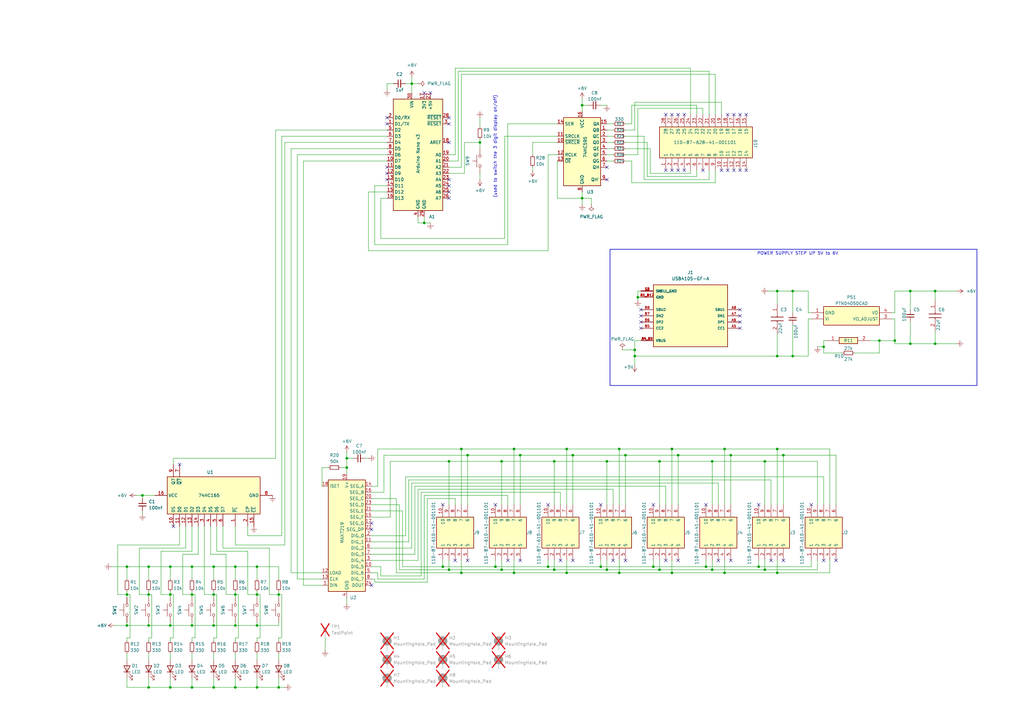
<source format=kicad_sch>
(kicad_sch (version 20230121) (generator eeschema)
  (paper "A3")
  (title_block (title "8 Bit zu Byte") (date "2023-10-29") (rev "B"))
  (junction (at 60.96 232.41))
  (junction (at 383.54 119.38))
  (junction (at 181.61 232.41))
  (junction (at 60.96 281.94))
  (junction (at 87.63 256.54))
  (junction (at 227.33 233.68))
  (junction (at 318.77 234.95))
  (junction (at 238.76 81.28))
  (junction (at 325.12 119.38))
  (junction (at 58.42 203.2))
  (junction (at 270.51 189.23))
  (junction (at 105.41 243.84))
  (junction (at 184.15 233.68))
  (junction (at 205.74 189.23))
  (junction (at 114.3 243.84))
  (junction (at 261.62 121.92))
  (junction (at 289.56 232.41))
  (junction (at 248.92 189.23))
  (junction (at 60.96 256.54))
  (junction (at 69.85 281.94))
  (junction (at 292.1 233.68))
  (junction (at 205.74 233.68))
  (junction (at 78.74 281.94))
  (junction (at 142.24 187.96))
  (junction (at 105.41 256.54))
  (junction (at 96.52 232.41))
  (junction (at 232.41 234.95))
  (junction (at 96.52 281.94))
  (junction (at 325.12 146.05))
  (junction (at 227.33 189.23))
  (junction (at 313.69 189.23))
  (junction (at 367.03 139.7))
  (junction (at 168.91 34.29))
  (junction (at 173.99 91.44))
  (junction (at 254 234.95))
  (junction (at 105.41 232.41))
  (junction (at 96.52 256.54))
  (junction (at 318.77 184.15))
  (junction (at 248.92 233.68))
  (junction (at 52.07 256.54))
  (junction (at 275.59 184.15))
  (junction (at 260.35 146.05))
  (junction (at 52.07 232.41))
  (junction (at 87.63 232.41))
  (junction (at 96.52 243.84))
  (junction (at 278.13 186.69))
  (junction (at 270.51 233.68))
  (junction (at 318.77 146.05))
  (junction (at 234.95 186.69))
  (junction (at 238.76 43.18))
  (junction (at 210.82 184.15))
  (junction (at 373.38 140.97))
  (junction (at 196.85 58.42))
  (junction (at 184.15 189.23))
  (junction (at 311.15 232.41))
  (junction (at 78.74 256.54))
  (junction (at 87.63 281.94))
  (junction (at 321.31 186.69))
  (junction (at 60.96 243.84))
  (junction (at 267.97 232.41))
  (junction (at 299.72 186.69))
  (junction (at 142.24 191.77))
  (junction (at 337.82 142.24))
  (junction (at 360.68 139.7))
  (junction (at 297.18 184.15))
  (junction (at 203.2 232.41))
  (junction (at 114.3 281.94))
  (junction (at 69.85 243.84))
  (junction (at 87.63 243.84))
  (junction (at 210.82 234.95))
  (junction (at 191.77 186.69))
  (junction (at 189.23 234.95))
  (junction (at 318.77 119.38))
  (junction (at 297.18 234.95))
  (junction (at 292.1 189.23))
  (junction (at 78.74 232.41))
  (junction (at 313.69 233.68))
  (junction (at 383.54 140.97))
  (junction (at 224.79 232.41))
  (junction (at 232.41 184.15))
  (junction (at 52.07 243.84))
  (junction (at 105.41 281.94))
  (junction (at 275.59 234.95))
  (junction (at 78.74 243.84))
  (junction (at 246.38 232.41))
  (junction (at 213.36 186.69))
  (junction (at 373.38 119.38))
  (junction (at 189.23 184.15))
  (junction (at 69.85 232.41))
  (junction (at 254 184.15))
  (junction (at 69.85 256.54))
  (junction (at 256.54 186.69))
  (junction (at 260.35 143.51))
  (no_connect (at 184.15 50.8))
  (no_connect (at 181.61 207.01))
  (no_connect (at 273.05 46.99))
  (no_connect (at 158.75 73.66))
  (no_connect (at 184.15 58.42))
  (no_connect (at 234.95 229.87))
  (no_connect (at 246.38 207.01))
  (no_connect (at 256.54 229.87))
  (no_connect (at 173.99 38.1))
  (no_connect (at 299.72 229.87))
  (no_connect (at 342.9 229.87))
  (no_connect (at 332.74 207.01))
  (no_connect (at 152.4 240.03))
  (no_connect (at 321.31 229.87))
  (no_connect (at 203.2 207.01))
  (no_connect (at 288.29 69.85))
  (no_connect (at 280.67 69.85))
  (no_connect (at 224.79 207.01))
  (no_connect (at 298.45 69.85))
  (no_connect (at 251.46 229.87))
  (no_connect (at 248.92 68.58))
  (no_connect (at 213.36 229.87))
  (no_connect (at 262.89 129.54))
  (no_connect (at 184.15 78.74))
  (no_connect (at 184.15 73.66))
  (no_connect (at 316.23 229.87))
  (no_connect (at 278.13 69.85))
  (no_connect (at 184.15 48.26))
  (no_connect (at 311.15 207.01))
  (no_connect (at 73.66 190.5))
  (no_connect (at 273.05 69.85))
  (no_connect (at 295.91 69.85))
  (no_connect (at 152.4 217.17))
  (no_connect (at 262.89 132.08))
  (no_connect (at 303.53 69.85))
  (no_connect (at 158.75 48.26))
  (no_connect (at 300.99 46.99))
  (no_connect (at 303.53 134.62))
  (no_connect (at 280.67 46.99))
  (no_connect (at 158.75 68.58))
  (no_connect (at 186.69 229.87))
  (no_connect (at 289.56 207.01))
  (no_connect (at 337.82 229.87))
  (no_connect (at 278.13 229.87))
  (no_connect (at 267.97 207.01))
  (no_connect (at 262.89 134.62))
  (no_connect (at 262.89 127))
  (no_connect (at 303.53 129.54))
  (no_connect (at 278.13 46.99))
  (no_connect (at 184.15 81.28))
  (no_connect (at 208.28 229.87))
  (no_connect (at 229.87 229.87))
  (no_connect (at 303.53 132.08))
  (no_connect (at 248.92 73.66))
  (no_connect (at 158.75 71.12))
  (no_connect (at 306.07 69.85))
  (no_connect (at 306.07 46.99))
  (no_connect (at 294.64 229.87))
  (no_connect (at 158.75 50.8))
  (no_connect (at 298.45 46.99))
  (no_connect (at 71.12 215.9))
  (no_connect (at 184.15 76.2))
  (no_connect (at 176.53 38.1))
  (no_connect (at 300.99 69.85))
  (no_connect (at 152.4 214.63))
  (no_connect (at 275.59 46.99))
  (no_connect (at 275.59 69.85))
  (no_connect (at 191.77 229.87))
  (no_connect (at 273.05 229.87))
  (no_connect (at 303.53 127))
  (no_connect (at 303.53 46.99))
  (wire (pts (xy 218.44 68.58) (xy 218.44 69.85)))
  (wire (pts (xy 367.03 119.38) (xy 373.38 119.38)))
  (wire (pts (xy 313.69 189.23) (xy 335.28 189.23)))
  (wire (pts (xy 313.69 189.23) (xy 313.69 207.01)))
  (wire (pts (xy 248.92 63.5) (xy 251.46 63.5)))
  (wire (pts (xy 62.23 261.62) (xy 62.23 243.84)))
  (wire (pts (xy 256.54 60.96) (xy 266.7 60.96)))
  (wire (pts (xy 66.04 226.06) (xy 66.04 243.84)))
  (wire (pts (xy 318.77 137.16) (xy 318.77 146.05)))
  (wire (pts (xy 153.67 238.76) (xy 175.26 238.76)))
  (wire (pts (xy 311.15 229.87) (xy 311.15 232.41)))
  (wire (pts (xy 383.54 135.89) (xy 383.54 140.97)))
  (wire (pts (xy 248.92 43.18) (xy 246.38 43.18)))
  (wire (pts (xy 48.26 223.52) (xy 73.66 223.52)))
  (wire (pts (xy 234.95 186.69) (xy 234.95 207.01)))
  (wire (pts (xy 69.85 256.54) (xy 78.74 256.54)))
  (wire (pts (xy 337.82 195.58) (xy 166.37 195.58)))
  (wire (pts (xy 121.92 63.5) (xy 121.92 237.49)))
  (wire (pts (xy 227.33 189.23) (xy 248.92 189.23)))
  (wire (pts (xy 254 184.15) (xy 275.59 184.15)))
  (wire (pts (xy 156.21 232.41) (xy 156.21 236.22)))
  (wire (pts (xy 52.07 281.94) (xy 60.96 281.94)))
  (wire (pts (xy 208.28 50.8) (xy 208.28 100.33)))
  (wire (pts (xy 337.82 142.24) (xy 337.82 139.7)))
  (wire (pts (xy 83.82 215.9) (xy 83.82 243.84)))
  (wire (pts (xy 337.82 139.7) (xy 339.09 139.7)))
  (wire (pts (xy 78.74 243.84) (xy 78.74 245.11)))
  (wire (pts (xy 238.76 43.18) (xy 238.76 45.72)))
  (wire (pts (xy 60.96 232.41) (xy 60.96 237.49)))
  (wire (pts (xy 297.18 229.87) (xy 297.18 234.95)))
  (wire (pts (xy 251.46 207.01) (xy 251.46 200.66)))
  (wire (pts (xy 69.85 255.27) (xy 69.85 256.54)))
  (wire (pts (xy 78.74 261.62) (xy 80.01 261.62)))
  (wire (pts (xy 52.07 267.97) (xy 52.07 270.51)))
  (wire (pts (xy 78.74 262.89) (xy 78.74 261.62)))
  (wire (pts (xy 139.7 191.77) (xy 142.24 191.77)))
  (wire (pts (xy 154.94 234.95) (xy 154.94 237.49)))
  (wire (pts (xy 205.74 189.23) (xy 205.74 207.01)))
  (wire (pts (xy 318.77 119.38) (xy 318.77 124.46)))
  (wire (pts (xy 259.08 50.8) (xy 259.08 43.18)))
  (wire (pts (xy 69.85 232.41) (xy 69.85 237.49)))
  (wire (pts (xy 96.52 278.13) (xy 96.52 281.94)))
  (wire (pts (xy 71.12 261.62) (xy 71.12 243.84)))
  (wire (pts (xy 60.96 255.27) (xy 60.96 256.54)))
  (wire (pts (xy 105.41 278.13) (xy 105.41 281.94)))
  (wire (pts (xy 190.5 71.12) (xy 190.5 58.42)))
  (wire (pts (xy 52.07 256.54) (xy 60.96 256.54)))
  (wire (pts (xy 78.74 232.41) (xy 87.63 232.41)))
  (wire (pts (xy 267.97 232.41) (xy 289.56 232.41)))
  (wire (pts (xy 52.07 262.89) (xy 52.07 261.62)))
  (wire (pts (xy 248.92 233.68) (xy 270.51 233.68)))
  (wire (pts (xy 196.85 58.42) (xy 196.85 60.96)))
  (wire (pts (xy 205.74 189.23) (xy 227.33 189.23)))
  (wire (pts (xy 101.6 219.71) (xy 101.6 215.9)))
  (wire (pts (xy 232.41 184.15) (xy 254 184.15)))
  (wire (pts (xy 170.18 199.39) (xy 170.18 227.33)))
  (wire (pts (xy 288.29 46.99) (xy 288.29 44.45)))
  (wire (pts (xy 78.74 278.13) (xy 78.74 281.94)))
  (wire (pts (xy 224.79 102.87) (xy 151.13 102.87)))
  (wire (pts (xy 248.92 50.8) (xy 251.46 50.8)))
  (wire (pts (xy 335.28 189.23) (xy 335.28 207.01)))
  (wire (pts (xy 110.49 224.79) (xy 91.44 224.79)))
  (wire (pts (xy 275.59 184.15) (xy 297.18 184.15)))
  (wire (pts (xy 157.48 186.69) (xy 157.48 201.93)))
  (wire (pts (xy 69.85 278.13) (xy 69.85 281.94)))
  (wire (pts (xy 297.18 184.15) (xy 318.77 184.15)))
  (wire (pts (xy 278.13 186.69) (xy 278.13 207.01)))
  (wire (pts (xy 350.52 144.78) (xy 360.68 144.78)))
  (wire (pts (xy 256.54 53.34) (xy 260.35 53.34)))
  (wire (pts (xy 91.44 224.79) (xy 91.44 215.9)))
  (wire (pts (xy 114.3 261.62) (xy 115.57 261.62)))
  (wire (pts (xy 116.84 58.42) (xy 116.84 223.52)))
  (wire (pts (xy 92.71 227.33) (xy 86.36 227.33)))
  (wire (pts (xy 191.77 186.69) (xy 213.36 186.69)))
  (wire (pts (xy 114.3 278.13) (xy 114.3 281.94)))
  (wire (pts (xy 53.34 261.62) (xy 53.34 243.84)))
  (wire (pts (xy 116.84 58.42) (xy 158.75 58.42)))
  (wire (pts (xy 292.1 233.68) (xy 313.69 233.68)))
  (wire (pts (xy 158.75 55.88) (xy 115.57 55.88)))
  (wire (pts (xy 261.62 119.38) (xy 261.62 121.92)))
  (wire (pts (xy 205.74 233.68) (xy 227.33 233.68)))
  (wire (pts (xy 58.42 209.55) (xy 58.42 210.82)))
  (wire (pts (xy 158.75 63.5) (xy 121.92 63.5)))
  (wire (pts (xy 157.48 201.93) (xy 152.4 201.93)))
  (wire (pts (xy 52.07 261.62) (xy 53.34 261.62)))
  (wire (pts (xy 78.74 255.27) (xy 78.74 256.54)))
  (wire (pts (xy 289.56 232.41) (xy 311.15 232.41)))
  (wire (pts (xy 165.1 209.55) (xy 152.4 209.55)))
  (wire (pts (xy 60.96 281.94) (xy 69.85 281.94)))
  (wire (pts (xy 260.35 41.91) (xy 260.35 53.34)))
  (wire (pts (xy 45.72 232.41) (xy 52.07 232.41)))
  (wire (pts (xy 292.1 189.23) (xy 292.1 207.01)))
  (wire (pts (xy 152.4 229.87) (xy 171.45 229.87)))
  (wire (pts (xy 260.35 143.51) (xy 260.35 146.05)))
  (wire (pts (xy 256.54 63.5) (xy 261.62 63.5)))
  (wire (pts (xy 255.27 143.51) (xy 260.35 143.51)))
  (wire (pts (xy 314.96 119.38) (xy 318.77 119.38)))
  (wire (pts (xy 60.96 262.89) (xy 60.96 261.62)))
  (wire (pts (xy 313.69 233.68) (xy 335.28 233.68)))
  (wire (pts (xy 60.96 243.84) (xy 60.96 245.11)))
  (wire (pts (xy 191.77 186.69) (xy 191.77 207.01)))
  (wire (pts (xy 295.91 46.99) (xy 295.91 41.91)))
  (wire (pts (xy 152.4 224.79) (xy 168.91 224.79)))
  (wire (pts (xy 87.63 261.62) (xy 88.9 261.62)))
  (wire (pts (xy 114.3 256.54) (xy 114.3 255.27)))
  (wire (pts (xy 367.03 130.81) (xy 367.03 139.7)))
  (wire (pts (xy 66.04 243.84) (xy 69.85 243.84)))
  (wire (pts (xy 153.67 238.76) (xy 153.67 237.49)))
  (wire (pts (xy 87.63 262.89) (xy 87.63 261.62)))
  (wire (pts (xy 265.43 72.39) (xy 265.43 58.42)))
  (wire (pts (xy 325.12 119.38) (xy 325.12 128.27)))
  (wire (pts (xy 163.83 233.68) (xy 163.83 207.01)))
  (wire (pts (xy 101.6 226.06) (xy 101.6 243.84)))
  (wire (pts (xy 256.54 58.42) (xy 265.43 58.42)))
  (wire (pts (xy 106.68 261.62) (xy 106.68 243.84)))
  (wire (pts (xy 189.23 184.15) (xy 210.82 184.15)))
  (wire (pts (xy 96.52 262.89) (xy 96.52 261.62)))
  (wire (pts (xy 83.82 243.84) (xy 87.63 243.84)))
  (wire (pts (xy 168.91 198.12) (xy 168.91 224.79)))
  (wire (pts (xy 88.9 261.62) (xy 88.9 243.84)))
  (wire (pts (xy 74.93 227.33) (xy 74.93 243.84)))
  (wire (pts (xy 181.61 229.87) (xy 181.61 232.41)))
  (wire (pts (xy 196.85 57.15) (xy 196.85 58.42)))
  (wire (pts (xy 259.08 43.18) (xy 285.75 43.18)))
  (wire (pts (xy 196.85 71.12) (xy 196.85 73.66)))
  (wire (pts (xy 153.67 100.33) (xy 153.67 76.2)))
  (wire (pts (xy 367.03 128.27) (xy 365.76 128.27)))
  (wire (pts (xy 52.07 232.41) (xy 60.96 232.41)))
  (wire (pts (xy 134.62 191.77) (xy 132.08 191.77)))
  (wire (pts (xy 325.12 146.05) (xy 331.47 146.05)))
  (wire (pts (xy 60.96 232.41) (xy 69.85 232.41)))
  (wire (pts (xy 160.02 189.23) (xy 160.02 212.09)))
  (wire (pts (xy 208.28 50.8) (xy 228.6 50.8)))
  (wire (pts (xy 156.21 236.22) (xy 172.72 236.22)))
  (wire (pts (xy 311.15 232.41) (xy 332.74 232.41)))
  (wire (pts (xy 114.3 237.49) (xy 114.3 232.41)))
  (wire (pts (xy 142.24 187.96) (xy 142.24 191.77)))
  (wire (pts (xy 210.82 234.95) (xy 232.41 234.95)))
  (wire (pts (xy 96.52 256.54) (xy 105.41 256.54)))
  (wire (pts (xy 248.92 189.23) (xy 270.51 189.23)))
  (wire (pts (xy 74.93 227.33) (xy 81.28 227.33)))
  (wire (pts (xy 325.12 119.38) (xy 331.47 119.38)))
  (wire (pts (xy 152.4 212.09) (xy 160.02 212.09)))
  (wire (pts (xy 260.35 146.05) (xy 260.35 149.86)))
  (wire (pts (xy 69.85 281.94) (xy 78.74 281.94)))
  (wire (pts (xy 184.15 189.23) (xy 205.74 189.23)))
  (wire (pts (xy 292.1 229.87) (xy 292.1 233.68)))
  (wire (pts (xy 373.38 119.38) (xy 373.38 127)))
  (wire (pts (xy 132.08 191.77) (xy 132.08 199.39)))
  (wire (pts (xy 299.72 186.69) (xy 321.31 186.69)))
  (wire (pts (xy 57.15 224.79) (xy 76.2 224.79)))
  (wire (pts (xy 153.67 76.2) (xy 158.75 76.2)))
  (wire (pts (xy 87.63 267.97) (xy 87.63 270.51)))
  (wire (pts (xy 162.56 234.95) (xy 162.56 204.47)))
  (wire (pts (xy 196.85 48.26) (xy 196.85 52.07)))
  (wire (pts (xy 264.16 73.66) (xy 264.16 55.88)))
  (wire (pts (xy 144.78 187.96) (xy 142.24 187.96)))
  (wire (pts (xy 293.37 30.48) (xy 189.23 30.48)))
  (wire (pts (xy 74.93 243.84) (xy 78.74 243.84)))
  (wire (pts (xy 115.57 261.62) (xy 115.57 243.84)))
  (wire (pts (xy 273.05 199.39) (xy 170.18 199.39)))
  (wire (pts (xy 110.49 224.79) (xy 110.49 243.84)))
  (wire (pts (xy 187.96 66.04) (xy 184.15 66.04)))
  (wire (pts (xy 96.52 232.41) (xy 105.41 232.41)))
  (wire (pts (xy 184.15 233.68) (xy 205.74 233.68)))
  (wire (pts (xy 105.41 262.89) (xy 105.41 261.62)))
  (wire (pts (xy 113.03 53.34) (xy 113.03 187.96)))
  (wire (pts (xy 262.89 121.92) (xy 261.62 121.92)))
  (wire (pts (xy 256.54 66.04) (xy 259.08 66.04)))
  (wire (pts (xy 189.23 30.48) (xy 189.23 68.58)))
  (wire (pts (xy 331.47 130.81) (xy 331.47 146.05)))
  (wire (pts (xy 152.4 234.95) (xy 154.94 234.95)))
  (wire (pts (xy 318.77 234.95) (xy 340.36 234.95)))
  (wire (pts (xy 113.03 53.34) (xy 158.75 53.34)))
  (wire (pts (xy 46.99 256.54) (xy 52.07 256.54)))
  (wire (pts (xy 52.07 232.41) (xy 52.07 237.49)))
  (wire (pts (xy 261.62 121.92) (xy 261.62 123.19)))
  (wire (pts (xy 60.96 267.97) (xy 60.96 270.51)))
  (wire (pts (xy 283.21 69.85) (xy 283.21 71.12)))
  (wire (pts (xy 81.28 227.33) (xy 81.28 215.9)))
  (wire (pts (xy 228.6 58.42) (xy 218.44 58.42)))
  (wire (pts (xy 210.82 184.15) (xy 232.41 184.15)))
  (wire (pts (xy 119.38 234.95) (xy 132.08 234.95)))
  (wire (pts (xy 238.76 78.74) (xy 238.76 81.28)))
  (wire (pts (xy 71.12 187.96) (xy 113.03 187.96)))
  (wire (pts (xy 242.57 81.28) (xy 238.76 81.28)))
  (wire (pts (xy 285.75 72.39) (xy 265.43 72.39)))
  (wire (pts (xy 161.29 34.29) (xy 158.75 34.29)))
  (wire (pts (xy 156.21 97.79) (xy 156.21 81.28)))
  (wire (pts (xy 261.62 44.45) (xy 261.62 63.5)))
  (wire (pts (xy 293.37 74.93) (xy 259.08 74.93)))
  (wire (pts (xy 80.01 261.62) (xy 80.01 243.84)))
  (wire (pts (xy 189.23 229.87) (xy 189.23 234.95)))
  (wire (pts (xy 115.57 243.84) (xy 114.3 243.84)))
  (wire (pts (xy 325.12 133.35) (xy 325.12 146.05)))
  (wire (pts (xy 275.59 184.15) (xy 275.59 207.01)))
  (wire (pts (xy 157.48 186.69) (xy 191.77 186.69)))
  (wire (pts (xy 227.33 229.87) (xy 227.33 233.68)))
  (wire (pts (xy 266.7 71.12) (xy 266.7 60.96)))
  (wire (pts (xy 48.26 243.84) (xy 52.07 243.84)))
  (wire (pts (xy 60.96 278.13) (xy 60.96 281.94)))
  (wire (pts (xy 248.92 189.23) (xy 248.92 207.01)))
  (wire (pts (xy 76.2 224.79) (xy 76.2 215.9)))
  (wire (pts (xy 321.31 186.69) (xy 342.9 186.69)))
  (wire (pts (xy 248.92 66.04) (xy 251.46 66.04)))
  (wire (pts (xy 57.15 224.79) (xy 57.15 243.84)))
  (wire (pts (xy 248.92 58.42) (xy 251.46 58.42)))
  (wire (pts (xy 163.83 233.68) (xy 184.15 233.68)))
  (wire (pts (xy 267.97 229.87) (xy 267.97 232.41)))
  (wire (pts (xy 124.46 66.04) (xy 124.46 240.03)))
  (wire (pts (xy 62.23 243.84) (xy 60.96 243.84)))
  (wire (pts (xy 294.64 207.01) (xy 294.64 198.12)))
  (wire (pts (xy 69.85 267.97) (xy 69.85 270.51)))
  (wire (pts (xy 173.99 91.44) (xy 176.53 91.44)))
  (wire (pts (xy 331.47 119.38) (xy 331.47 128.27)))
  (wire (pts (xy 313.69 229.87) (xy 313.69 233.68)))
  (wire (pts (xy 283.21 27.94) (xy 283.21 46.99)))
  (wire (pts (xy 160.02 189.23) (xy 184.15 189.23)))
  (wire (pts (xy 110.49 243.84) (xy 114.3 243.84)))
  (wire (pts (xy 205.74 229.87) (xy 205.74 233.68)))
  (wire (pts (xy 331.47 128.27) (xy 332.74 128.27)))
  (wire (pts (xy 260.35 139.7) (xy 260.35 143.51)))
  (wire (pts (xy 105.41 232.41) (xy 105.41 237.49)))
  (wire (pts (xy 340.36 184.15) (xy 340.36 207.01)))
  (wire (pts (xy 275.59 234.95) (xy 297.18 234.95)))
  (wire (pts (xy 189.23 68.58) (xy 184.15 68.58)))
  (wire (pts (xy 224.79 63.5) (xy 224.79 102.87)))
  (wire (pts (xy 256.54 186.69) (xy 278.13 186.69)))
  (wire (pts (xy 172.72 201.93) (xy 172.72 236.22)))
  (wire (pts (xy 154.94 237.49) (xy 173.99 237.49)))
  (wire (pts (xy 66.04 226.06) (xy 78.74 226.06)))
  (wire (pts (xy 190.5 58.42) (xy 196.85 58.42)))
  (wire (pts (xy 171.45 91.44) (xy 173.99 91.44)))
  (wire (pts (xy 345.44 144.78) (xy 337.82 144.78)))
  (wire (pts (xy 248.92 53.34) (xy 251.46 53.34)))
  (wire (pts (xy 96.52 243.84) (xy 96.52 245.11)))
  (wire (pts (xy 260.35 146.05) (xy 318.77 146.05)))
  (wire (pts (xy 256.54 50.8) (xy 259.08 50.8)))
  (wire (pts (xy 293.37 69.85) (xy 293.37 74.93)))
  (wire (pts (xy 133.35 261.62) (xy 133.35 266.7)))
  (wire (pts (xy 115.57 55.88) (xy 115.57 219.71)))
  (wire (pts (xy 48.26 223.52) (xy 48.26 243.84)))
  (wire (pts (xy 69.85 243.84) (xy 69.85 245.11)))
  (wire (pts (xy 151.13 187.96) (xy 149.86 187.96)))
  (wire (pts (xy 181.61 232.41) (xy 203.2 232.41)))
  (wire (pts (xy 152.4 232.41) (xy 156.21 232.41)))
  (wire (pts (xy 238.76 81.28) (xy 238.76 83.82)))
  (wire (pts (xy 228.6 81.28) (xy 238.76 81.28)))
  (wire (pts (xy 294.64 198.12) (xy 168.91 198.12)))
  (wire (pts (xy 152.4 222.25) (xy 167.64 222.25)))
  (wire (pts (xy 87.63 281.94) (xy 96.52 281.94)))
  (wire (pts (xy 168.91 34.29) (xy 168.91 38.1)))
  (wire (pts (xy 101.6 243.84) (xy 105.41 243.84)))
  (wire (pts (xy 69.85 232.41) (xy 78.74 232.41)))
  (wire (pts (xy 270.51 229.87) (xy 270.51 233.68)))
  (wire (pts (xy 213.36 186.69) (xy 234.95 186.69)))
  (wire (pts (xy 78.74 232.41) (xy 78.74 237.49)))
  (wire (pts (xy 292.1 189.23) (xy 313.69 189.23)))
  (wire (pts (xy 152.4 207.01) (xy 163.83 207.01)))
  (wire (pts (xy 96.52 255.27) (xy 96.52 256.54)))
  (wire (pts (xy 373.38 140.97) (xy 383.54 140.97)))
  (wire (pts (xy 273.05 207.01) (xy 273.05 199.39)))
  (wire (pts (xy 248.92 229.87) (xy 248.92 233.68)))
  (wire (pts (xy 119.38 234.95) (xy 119.38 60.96)))
  (wire (pts (xy 242.57 83.82) (xy 242.57 81.28)))
  (wire (pts (xy 210.82 229.87) (xy 210.82 234.95)))
  (wire (pts (xy 290.83 29.21) (xy 187.96 29.21)))
  (wire (pts (xy 173.99 203.2) (xy 173.99 237.49)))
  (wire (pts (xy 78.74 256.54) (xy 87.63 256.54)))
  (wire (pts (xy 167.64 196.85) (xy 167.64 222.25)))
  (wire (pts (xy 342.9 186.69) (xy 342.9 207.01)))
  (wire (pts (xy 154.94 184.15) (xy 189.23 184.15)))
  (wire (pts (xy 114.3 242.57) (xy 114.3 243.84)))
  (wire (pts (xy 124.46 240.03) (xy 132.08 240.03)))
  (wire (pts (xy 270.51 233.68) (xy 292.1 233.68)))
  (wire (pts (xy 114.3 262.89) (xy 114.3 261.62)))
  (wire (pts (xy 270.51 189.23) (xy 270.51 207.01)))
  (wire (pts (xy 114.3 281.94) (xy 116.84 281.94)))
  (wire (pts (xy 105.41 242.57) (xy 105.41 243.84)))
  (wire (pts (xy 96.52 267.97) (xy 96.52 270.51)))
  (wire (pts (xy 105.41 267.97) (xy 105.41 270.51)))
  (wire (pts (xy 152.4 219.71) (xy 166.37 219.71)))
  (wire (pts (xy 71.12 243.84) (xy 69.85 243.84)))
  (wire (pts (xy 69.85 242.57) (xy 69.85 243.84)))
  (wire (pts (xy 97.79 243.84) (xy 96.52 243.84)))
  (wire (pts (xy 246.38 229.87) (xy 246.38 232.41)))
  (wire (pts (xy 238.76 40.64) (xy 238.76 43.18)))
  (wire (pts (xy 262.89 119.38) (xy 261.62 119.38)))
  (wire (pts (xy 290.83 73.66) (xy 264.16 73.66)))
  (wire (pts (xy 207.01 55.88) (xy 207.01 97.79)))
  (wire (pts (xy 92.71 243.84) (xy 96.52 243.84)))
  (wire (pts (xy 114.3 243.84) (xy 114.3 245.11)))
  (wire (pts (xy 142.24 191.77) (xy 142.24 194.31)))
  (wire (pts (xy 96.52 242.57) (xy 96.52 243.84)))
  (wire (pts (xy 283.21 71.12) (xy 266.7 71.12)))
  (wire (pts (xy 383.54 119.38) (xy 392.43 119.38)))
  (wire (pts (xy 318.77 184.15) (xy 318.77 207.01)))
  (wire (pts (xy 52.07 243.84) (xy 52.07 245.11)))
  (wire (pts (xy 186.69 63.5) (xy 184.15 63.5)))
  (wire (pts (xy 165.1 232.41) (xy 165.1 209.55)))
  (wire (pts (xy 96.52 223.52) (xy 96.52 215.9)))
  (wire (pts (xy 373.38 119.38) (xy 383.54 119.38)))
  (wire (pts (xy 285.75 43.18) (xy 285.75 46.99)))
  (wire (pts (xy 248.92 60.96) (xy 251.46 60.96)))
  (wire (pts (xy 367.03 140.97) (xy 373.38 140.97)))
  (wire (pts (xy 166.37 195.58) (xy 166.37 219.71)))
  (wire (pts (xy 337.82 144.78) (xy 337.82 142.24)))
  (wire (pts (xy 278.13 186.69) (xy 299.72 186.69)))
  (wire (pts (xy 321.31 186.69) (xy 321.31 207.01)))
  (wire (pts (xy 158.75 34.29) (xy 158.75 36.83)))
  (wire (pts (xy 283.21 27.94) (xy 186.69 27.94)))
  (wire (pts (xy 87.63 232.41) (xy 87.63 237.49)))
  (wire (pts (xy 367.03 128.27) (xy 367.03 119.38)))
  (wire (pts (xy 232.41 234.95) (xy 254 234.95)))
  (wire (pts (xy 119.38 60.96) (xy 158.75 60.96)))
  (wire (pts (xy 337.82 207.01) (xy 337.82 195.58)))
  (wire (pts (xy 156.21 81.28) (xy 158.75 81.28)))
  (wire (pts (xy 248.92 55.88) (xy 251.46 55.88)))
  (wire (pts (xy 87.63 256.54) (xy 96.52 256.54)))
  (wire (pts (xy 58.42 204.47) (xy 58.42 203.2)))
  (wire (pts (xy 71.12 187.96) (xy 71.12 190.5)))
  (wire (pts (xy 229.87 201.93) (xy 172.72 201.93)))
  (wire (pts (xy 213.36 186.69) (xy 213.36 207.01)))
  (wire (pts (xy 251.46 200.66) (xy 171.45 200.66)))
  (wire (pts (xy 228.6 55.88) (xy 207.01 55.88)))
  (wire (pts (xy 57.15 243.84) (xy 60.96 243.84)))
  (wire (pts (xy 96.52 232.41) (xy 96.52 237.49)))
  (wire (pts (xy 115.57 219.71) (xy 101.6 219.71)))
  (wire (pts (xy 295.91 41.91) (xy 260.35 41.91)))
  (wire (pts (xy 318.77 229.87) (xy 318.77 234.95)))
  (wire (pts (xy 87.63 242.57) (xy 87.63 243.84)))
  (wire (pts (xy 383.54 140.97) (xy 392.43 140.97)))
  (wire (pts (xy 60.96 261.62) (xy 62.23 261.62)))
  (wire (pts (xy 55.88 203.2) (xy 58.42 203.2)))
  (wire (pts (xy 208.28 100.33) (xy 153.67 100.33)))
  (wire (pts (xy 52.07 255.27) (xy 52.07 256.54)))
  (wire (pts (xy 154.94 199.39) (xy 152.4 199.39)))
  (wire (pts (xy 78.74 242.57) (xy 78.74 243.84)))
  (wire (pts (xy 173.99 88.9) (xy 173.99 91.44)))
  (wire (pts (xy 60.96 256.54) (xy 69.85 256.54)))
  (wire (pts (xy 373.38 132.08) (xy 373.38 140.97)))
  (wire (pts (xy 152.4 227.33) (xy 170.18 227.33)))
  (wire (pts (xy 210.82 184.15) (xy 210.82 207.01)))
  (wire (pts (xy 52.07 242.57) (xy 52.07 243.84)))
  (wire (pts (xy 318.77 146.05) (xy 325.12 146.05)))
  (wire (pts (xy 331.47 130.81) (xy 332.74 130.81)))
  (wire (pts (xy 175.26 204.47) (xy 175.26 238.76)))
  (wire (pts (xy 318.77 184.15) (xy 340.36 184.15)))
  (wire (pts (xy 73.66 223.52) (xy 73.66 215.9)))
  (wire (pts (xy 87.63 243.84) (xy 87.63 245.11)))
  (wire (pts (xy 171.45 34.29) (xy 168.91 34.29)))
  (wire (pts (xy 162.56 234.95) (xy 189.23 234.95)))
  (wire (pts (xy 151.13 102.87) (xy 151.13 78.74)))
  (wire (pts (xy 58.42 203.2) (xy 63.5 203.2)))
  (wire (pts (xy 186.69 27.94) (xy 186.69 63.5)))
  (wire (pts (xy 297.18 234.95) (xy 318.77 234.95)))
  (wire (pts (xy 52.07 278.13) (xy 52.07 281.94)))
  (wire (pts (xy 78.74 281.94) (xy 87.63 281.94)))
  (wire (pts (xy 288.29 44.45) (xy 261.62 44.45)))
  (wire (pts (xy 78.74 267.97) (xy 78.74 270.51)))
  (wire (pts (xy 53.34 243.84) (xy 52.07 243.84)))
  (wire (pts (xy 203.2 232.41) (xy 224.79 232.41)))
  (wire (pts (xy 228.6 63.5) (xy 224.79 63.5)))
  (wire (pts (xy 80.01 243.84) (xy 78.74 243.84)))
  (wire (pts (xy 121.92 237.49) (xy 132.08 237.49)))
  (wire (pts (xy 254 184.15) (xy 254 207.01)))
  (wire (pts (xy 154.94 184.15) (xy 154.94 199.39)))
  (wire (pts (xy 228.6 66.04) (xy 228.6 81.28)))
  (wire (pts (xy 340.36 234.95) (xy 340.36 229.87)))
  (wire (pts (xy 383.54 119.38) (xy 383.54 123.19)))
  (wire (pts (xy 166.37 34.29) (xy 168.91 34.29)))
  (wire (pts (xy 97.79 261.62) (xy 97.79 243.84)))
  (wire (pts (xy 316.23 196.85) (xy 167.64 196.85)))
  (wire (pts (xy 229.87 207.01) (xy 229.87 201.93)))
  (wire (pts (xy 87.63 278.13) (xy 87.63 281.94)))
  (wire (pts (xy 218.44 58.42) (xy 218.44 63.5)))
  (wire (pts (xy 293.37 30.48) (xy 293.37 46.99)))
  (wire (pts (xy 256.54 55.88) (xy 264.16 55.88)))
  (wire (pts (xy 232.41 229.87) (xy 232.41 234.95)))
  (wire (pts (xy 171.45 200.66) (xy 171.45 229.87)))
  (wire (pts (xy 158.75 66.04) (xy 124.46 66.04)))
  (wire (pts (xy 184.15 189.23) (xy 184.15 207.01)))
  (wire (pts (xy 289.56 229.87) (xy 289.56 232.41)))
  (wire (pts (xy 101.6 226.06) (xy 88.9 226.06)))
  (wire (pts (xy 259.08 74.93) (xy 259.08 66.04)))
  (wire (pts (xy 207.01 97.79) (xy 156.21 97.79)))
  (wire (pts (xy 168.91 31.75) (xy 168.91 34.29)))
  (wire (pts (xy 227.33 233.68) (xy 248.92 233.68)))
  (wire (pts (xy 256.54 186.69) (xy 256.54 207.01)))
  (wire (pts (xy 96.52 261.62) (xy 97.79 261.62)))
  (wire (pts (xy 105.41 256.54) (xy 114.3 256.54)))
  (wire (pts (xy 88.9 243.84) (xy 87.63 243.84)))
  (wire (pts (xy 254 234.95) (xy 275.59 234.95)))
  (wire (pts (xy 208.28 203.2) (xy 173.99 203.2)))
  (wire (pts (xy 87.63 255.27) (xy 87.63 256.54)))
  (wire (pts (xy 356.87 139.7) (xy 360.68 139.7)))
  (wire (pts (xy 96.52 281.94) (xy 105.41 281.94)))
  (wire (pts (xy 114.3 267.97) (xy 114.3 270.51)))
  (wire (pts (xy 208.28 207.01) (xy 208.28 203.2)))
  (wire (pts (xy 290.83 29.21) (xy 290.83 46.99)))
  (wire (pts (xy 186.69 204.47) (xy 175.26 204.47)))
  (wire (pts (xy 332.74 232.41) (xy 332.74 229.87)))
  (wire (pts (xy 275.59 229.87) (xy 275.59 234.95)))
  (wire (pts (xy 142.24 245.11) (xy 142.24 247.65)))
  (wire (pts (xy 241.3 43.18) (xy 238.76 43.18)))
  (wire (pts (xy 234.95 186.69) (xy 256.54 186.69)))
  (wire (pts (xy 165.1 232.41) (xy 181.61 232.41)))
  (wire (pts (xy 254 229.87) (xy 254 234.95)))
  (wire (pts (xy 105.41 232.41) (xy 114.3 232.41)))
  (wire (pts (xy 262.89 139.7) (xy 260.35 139.7)))
  (wire (pts (xy 360.68 144.78) (xy 360.68 139.7)))
  (wire (pts (xy 69.85 261.62) (xy 71.12 261.62)))
  (wire (pts (xy 189.23 234.95) (xy 210.82 234.95)))
  (wire (pts (xy 86.36 215.9) (xy 86.36 227.33)))
  (wire (pts (xy 186.69 207.01) (xy 186.69 204.47)))
  (wire (pts (xy 88.9 215.9) (xy 88.9 226.06)))
  (wire (pts (xy 69.85 262.89) (xy 69.85 261.62)))
  (wire (pts (xy 116.84 223.52) (xy 96.52 223.52)))
  (wire (pts (xy 153.67 237.49) (xy 152.4 237.49)))
  (wire (pts (xy 270.51 189.23) (xy 292.1 189.23)))
  (wire (pts (xy 78.74 215.9) (xy 78.74 226.06)))
  (wire (pts (xy 246.38 232.41) (xy 267.97 232.41)))
  (wire (pts (xy 227.33 189.23) (xy 227.33 207.01)))
  (wire (pts (xy 184.15 229.87) (xy 184.15 233.68)))
  (wire (pts (xy 316.23 207.01) (xy 316.23 196.85)))
  (wire (pts (xy 360.68 139.7) (xy 367.03 139.7)))
  (wire (pts (xy 105.41 243.84) (xy 105.41 245.11)))
  (wire (pts (xy 290.83 69.85) (xy 290.83 73.66)))
  (wire (pts (xy 105.41 261.62) (xy 106.68 261.62)))
  (wire (pts (xy 224.79 229.87) (xy 224.79 232.41)))
  (wire (pts (xy 189.23 184.15) (xy 189.23 207.01)))
  (wire (pts (xy 297.18 184.15) (xy 297.18 207.01)))
  (wire (pts (xy 335.28 233.68) (xy 335.28 229.87)))
  (wire (pts (xy 92.71 227.33) (xy 92.71 243.84)))
  (wire (pts (xy 224.79 232.41) (xy 246.38 232.41)))
  (wire (pts (xy 60.96 242.57) (xy 60.96 243.84)))
  (wire (pts (xy 105.41 281.94) (xy 114.3 281.94)))
  (wire (pts (xy 285.75 69.85) (xy 285.75 72.39)))
  (wire (pts (xy 171.45 88.9) (xy 171.45 91.44)))
  (wire (pts (xy 203.2 229.87) (xy 203.2 232.41)))
  (wire (pts (xy 367.03 139.7) (xy 367.03 140.97)))
  (wire (pts (xy 151.13 78.74) (xy 158.75 78.74)))
  (wire (pts (xy 232.41 184.15) (xy 232.41 207.01)))
  (wire (pts (xy 87.63 232.41) (xy 96.52 232.41)))
  (wire (pts (xy 184.15 71.12) (xy 190.5 71.12)))
  (wire (pts (xy 142.24 185.42) (xy 142.24 187.96)))
  (wire (pts (xy 106.68 243.84) (xy 105.41 243.84)))
  (wire (pts (xy 187.96 29.21) (xy 187.96 66.04)))
  (wire (pts (xy 367.03 130.81) (xy 365.76 130.81)))
  (wire (pts (xy 318.77 119.38) (xy 325.12 119.38)))
  (wire (pts (xy 335.28 142.24) (xy 337.82 142.24)))
  (wire (pts (xy 162.56 204.47) (xy 152.4 204.47)))
  (wire (pts (xy 299.72 186.69) (xy 299.72 207.01)))
  (wire (pts (xy 105.41 255.27) (xy 105.41 256.54)))
  (rectangle (start 250.19 102.235) (end 400.685 158.115) (stroke (width 0.25)))
  (text "(used to switch the 3 digit display on/off)" (at 203.835 81.28 90) (effects (font (size 1.27 1.27)) (justify left bottom)))
  (text "POWER SUPPLY STEP UP 5V to 6V" (at 310.515 104.775 0) (effects (font (size 1.27 1.27)) (justify left bottom)))
  (symbol (lib_id "Device:R_Small") (at 254 63.5 270) (unit 1)
    (property "Reference" "R26" (at 255.905 63.5 90) (effects (font (size 1 1)) (justify right)))
    (property "Value" "330" (effects hide))
    (property "Footprint" "Resistor_THT:R_Axial_DIN0207_L6.3mm_D2.5mm_P10.16mm_Horizontal" (effects hide))
  )
  (symbol (lib_id "SamacSys_Parts:C4532X7R1C226M230KB") (at 318.77 124.46 270) (unit 1)
    (property "Reference" "C3" (at 320.04 127 90) (effects (justify left)))
    (property "Value" "22uF" (at 320.04 132.08 0) (effects (justify left)))
    (property "Footprint" "C4532_Commercial" (effects hide))
    (property "Datasheet" "https://product.tdk.com/system/files/dam/doc/product/capacitor/ceramic/mlcc/catalog/mlcc_commercial_general_en.pdf" (effects hide))
    (property "Height" "2.2" (effects hide))
    (property "Mouser Part Number" "810-C4532X7R1C226M10" (effects hide))
    (property "Mouser Price/Stock" "https://www.mouser.co.uk/ProductDetail/TDK/C4532X7R1C226M230KB?qs=LcTL%2F5vFEzGnHgbQAdlvvg%3D%3D" (effects hide))
    (property "Manufacturer_Name" "TDK" (effects hide))
    (property "Manufacturer_Part_Number" "C4532X7R1C226M230KB" (effects hide))
  )
  (symbol (lib_id "power:GNDREF") (at 104.14 215.9 0) (unit 1)
    (property "Reference" "#PWR05" (effects hide))
    (property "Value" "GNDREF" (effects hide))
  )
  (symbol (lib_id "Device:R_Small") (at 96.52 265.43 180) (unit 1)
    (property "Reference" "R17" (at 97.79 264.16 0) (effects (justify right)))
    (property "Value" "330" (at 97.79 266.7 0) (effects (justify right)))
    (property "Footprint" "Resistor_THT:R_Axial_DIN0207_L6.3mm_D2.5mm_P10.16mm_Horizontal" (effects hide))
  )
  (symbol (lib_id "Device:R_Small") (at 87.63 265.43 180) (unit 1)
    (property "Reference" "R16" (at 88.9 264.16 0) (effects (justify right)))
    (property "Value" "330" (at 88.9 266.7 0) (effects (justify right)))
    (property "Footprint" "Resistor_THT:R_Axial_DIN0207_L6.3mm_D2.5mm_P10.16mm_Horizontal" (effects hide))
  )
  (symbol (lib_id "power:GNDREF") (at 58.42 210.82 0) (unit 1)
    (property "Reference" "#PWR04" (effects hide))
    (property "Value" "GNDREF" (effects hide))
  )
  (symbol (lib_id "Switch:SW_Push") (at 196.85 66.04 90) (unit 1)
    (property "Reference" "SW9" (at 191.77 66.04 0))
    (property "Value" "SW_Push" (effects hide))
    (property "Footprint" "Connector_PinHeader_2.54mm:PinHeader_1x02_P2.54mm_Vertical" (effects hide))
  )
  (symbol (lib_id "power:GNDREF") (at 176.53 91.44 0) (unit 1)
    (property "Reference" "#PWR013" (effects hide))
    (property "Value" "GNDREF" (effects hide))
  )
  (symbol (lib_id "Device:R_Small") (at 78.74 240.03 0) (unit 1)
    (property "Reference" "R4" (at 80.01 238.76 0) (effects (justify left)))
    (property "Value" "10k" (at 80.01 241.3 0) (effects (justify left)))
    (property "Footprint" "Resistor_THT:R_Axial_DIN0207_L6.3mm_D2.5mm_P10.16mm_Horizontal" (effects hide))
  )
  (symbol (lib_id "Device:R_Small") (at 69.85 265.43 180) (unit 1)
    (property "Reference" "R14" (at 71.12 264.16 0) (effects (justify right)))
    (property "Value" "330" (at 71.12 266.7 0) (effects (justify right)))
    (property "Footprint" "Resistor_THT:R_Axial_DIN0207_L6.3mm_D2.5mm_P10.16mm_Horizontal" (effects hide))
  )
  (symbol (lib_id "Mechanical:MountingHole_Pad") (at 204.47 271.78 0) (unit 1) (in_bom no) (dnp yes)
    (property "Reference" "H6" (at 207.01 269.24 0) (effects (justify left)))
    (property "Value" "MountingHole_Pad" (at 207.01 271.78 0) (effects (justify left)))
    (property "Footprint" "MountingHole:MountingHole_3.2mm_M3_DIN965_Pad" (effects hide))
    (property "Sim.Enable" "0" (effects hide))
  )
  (symbol (lib_id "Switch:SW_Push") (at 78.74 250.19 90) (unit 1)
    (property "Reference" "SW4" (at 73.66 250.19 0))
    (property "Value" "SW_Push" (effects hide))
    (property "Footprint" "Connector_PinHeader_2.54mm:PinHeader_1x02_P2.54mm_Vertical" (effects hide))
  )
  (symbol (lib_id "SamacSys_Parts:110-87-610-41-001101") (at 332.74 229.87 90) (unit 1)
    (property "Reference" "J2" (at 345.44 218.44 90) (effects (justify right)))
    (property "Value" "110-87-610-41-001101" (at 328.93 205.74 0) (effects (justify right)))
    (property "Footprint" "DIPS1524W50P254L1270H370Q10N" (effects hide))
    (property "Datasheet" "http://www.precidip.com/AppHost/9698,1/Scripts/Modules/Catalog/Default.aspx?c=14&i=121&p=23&pdf=1&dsku=110-PP-XXX-41-001101" (effects hide))
    (property "Height" "3.7" (effects hide))
    (property "Mouser Part Number" "437-1108761041001101" (effects hide))
    (property "Mouser Price/Stock" "https://www.mouser.co.uk/ProductDetail/Preci-dip/110-87-610-41-001101?qs=FtMuP6KVi2RyUjsJ3d3Bhg%3D%3D" (effects hide))
    (property "Manufacturer_Name" "Preci-Dip" (effects hide))
    (property "Manufacturer_Part_Number" "110-87-610-41-001101" (effects hide))
  )
  (symbol (lib_id "MCU_Module:Arduino_Nano_v3.x") (at 171.45 63.5 0) (unit 1)
    (property "Reference" "A1" (at 175.9459 88.9 0) (effects (justify left)))
    (property "Value" "Arduino Nano v3" (at 171.45 71.12 90) (effects (justify left)))
    (property "Footprint" "Module:Arduino_Nano" (effects hide))
    (property "Datasheet" "http://www.mouser.com/pdfdocs/Gravitech_Arduino_Nano3_0.pdf" (effects hide))
  )
  (symbol (lib_id "Device:LED") (at 114.3 274.32 90) (unit 1)
    (property "Reference" "D8" (at 116.205 273.05 90) (effects (justify right)))
    (property "Value" "LED" (at 116.205 275.59 90) (effects (justify right)))
    (property "Footprint" "LED_THT:LED_D5.0mm" (effects hide))
  )
  (symbol (lib_id "Device:LED") (at 87.63 274.32 90) (unit 1)
    (property "Reference" "D5" (at 89.535 273.05 90) (effects (justify right)))
    (property "Value" "LED" (at 89.535 275.59 90) (effects (justify right)))
    (property "Footprint" "LED_THT:LED_D5.0mm" (effects hide))
  )
  (symbol (lib_id "Device:C_Small") (at 58.42 207.01 0) (unit 1)
    (property "Reference" "C1" (at 60.96 205.7463 0) (effects (justify left)))
    (property "Value" "100nf" (at 60.96 208.2863 0) (effects (justify left)))
    (property "Footprint" "Capacitor_THT:C_Disc_D5.0mm_W2.5mm_P2.50mm" (effects hide))
  )
  (symbol (lib_id "Connector:TestPoint") (at 133.35 261.62 0) (unit 1) (in_bom no) (dnp yes)
    (property "Reference" "TP1" (at 135.89 257.048 0) (effects (justify left)))
    (property "Value" "TestPoint" (at 135.89 259.588 0) (effects (justify left)))
    (property "Footprint" "TestPoint:TestPoint_Pad_2.0x2.0mm" (effects hide))
    (property "Sim.Enable" "0" (effects hide))
  )
  (symbol (lib_id "power:GNDREF") (at 335.28 142.24 0) (unit 1)
    (property "Reference" "#PWR028" (effects hide))
    (property "Value" "GNDREF" (effects hide))
  )
  (symbol (lib_id "Device:LED") (at 105.41 274.32 90) (unit 1)
    (property "Reference" "D7" (at 107.315 273.05 90) (effects (justify right)))
    (property "Value" "LED" (at 107.315 275.59 90) (effects (justify right)))
    (property "Footprint" "LED_THT:LED_D5.0mm" (effects hide))
  )
  (symbol (lib_id "power:GNDREF") (at 158.75 36.83 0) (unit 1)
    (property "Reference" "#PWR011" (effects hide))
    (property "Value" "GNDREF" (effects hide))
  )
  (symbol (lib_id "power:GNDREF") (at 116.84 281.94 90) (unit 1)
    (property "Reference" "#PWR07" (effects hide))
    (property "Value" "GNDREF" (effects hide))
  )
  (symbol (lib_id "74xx:74HC595") (at 238.76 60.96 0) (unit 1)
    (property "Reference" "U3" (at 240.665 78.74 0) (effects (justify left)))
    (property "Value" "74HC595" (at 240.03 64.77 90) (effects (justify left)))
    (property "Footprint" "Package_DIP:DIP-16_W7.62mm_Socket" (effects hide))
    (property "Datasheet" "http://www.ti.com/lit/ds/symlink/sn74hc595.pdf" (effects hide))
  )
  (symbol (lib_id "Device:LED") (at 78.74 274.32 90) (unit 1)
    (property "Reference" "D4" (at 80.645 273.05 90) (effects (justify right)))
    (property "Value" "LED" (at 80.645 275.59 90) (effects (justify right)))
    (property "Footprint" "LED_THT:LED_D5.0mm" (effects hide))
  )
  (symbol (lib_id "power:GNDREF") (at 196.85 48.26 180) (unit 1)
    (property "Reference" "#PWR014" (effects hide))
    (property "Value" "GNDREF" (effects hide))
  )
  (symbol (lib_id "SamacSys_Parts:PTN04050CAD") (at 332.74 128.27 0) (unit 1)
    (property "Reference" "PS1" (at 349.25 121.92 0))
    (property "Value" "PTN04050CAD" (at 349.25 124.46 0))
    (property "Footprint" "PTN04050CAH" (effects hide))
    (property "Datasheet" "http://www.ti.com/lit/gpn/ptn04050c" (effects hide))
    (property "Height" "8.5" (effects hide))
    (property "Manufacturer_Name" "Texas Instruments" (effects hide))
    (property "Manufacturer_Part_Number" "PTN04050CAD" (effects hide))
    (property "Mouser Part Number" "595-PTN04050CAD" (effects hide))
    (property "Mouser Price/Stock" "https://www.mouser.co.uk/ProductDetail/Texas-Instruments/PTN04050CAD?qs=sSOk4GDDv7z3sgPhmEmGQg%3D%3D" (effects hide))
    (property "Arrow Part Number" "PTN04050CAD" (effects hide))
    (property "Arrow Price/Stock" "https://www.arrow.com/en/products/ptn04050cad/texas-instruments?region=nac" (effects hide))
  )
  (symbol (lib_id "power:+6V") (at 55.88 203.2 90) (unit 1)
    (property "Reference" "#PWR03" (effects hide))
    (property "Value" "+6V" (at 52.07 203.2 90) (effects (justify left)))
  )
  (symbol (lib_id "Switch:SW_Push") (at 52.07 250.19 90) (unit 1)
    (property "Reference" "SW1" (at 46.99 250.19 0))
    (property "Value" "SW_Push" (effects hide))
    (property "Footprint" "Connector_PinHeader_2.54mm:PinHeader_1x02_P2.54mm_Vertical" (effects hide))
  )
  (symbol (lib_id "Device:R_Small") (at 52.07 240.03 0) (unit 1)
    (property "Reference" "R1" (at 53.34 238.76 0) (effects (justify left)))
    (property "Value" "10k" (at 53.34 241.3 0) (effects (justify left)))
    (property "Footprint" "Resistor_THT:R_Axial_DIN0207_L6.3mm_D2.5mm_P10.16mm_Horizontal" (effects hide))
  )
  (symbol (lib_id "Switch:SW_Push") (at 69.85 250.19 90) (unit 1)
    (property "Reference" "SW3" (at 64.77 250.19 0))
    (property "Value" "SW_Push" (effects hide))
    (property "Footprint" "Connector_PinHeader_2.54mm:PinHeader_1x02_P2.54mm_Vertical" (effects hide))
  )
  (symbol (lib_id "SamacSys_Parts:110-87-610-41-001101") (at 311.15 229.87 90) (unit 1)
    (property "Reference" "J3" (at 323.85 218.44 90) (effects (justify right)))
    (property "Value" "110-87-610-41-001101" (at 307.34 205.74 0) (effects (justify right)))
    (property "Footprint" "DIPS1524W50P254L1270H370Q10N" (effects hide))
    (property "Datasheet" "http://www.precidip.com/AppHost/9698,1/Scripts/Modules/Catalog/Default.aspx?c=14&i=121&p=23&pdf=1&dsku=110-PP-XXX-41-001101" (effects hide))
    (property "Height" "3.7" (effects hide))
    (property "Mouser Part Number" "437-1108761041001101" (effects hide))
    (property "Mouser Price/Stock" "https://www.mouser.co.uk/ProductDetail/Preci-dip/110-87-610-41-001101?qs=FtMuP6KVi2RyUjsJ3d3Bhg%3D%3D" (effects hide))
    (property "Manufacturer_Name" "Preci-Dip" (effects hide))
    (property "Manufacturer_Part_Number" "110-87-610-41-001101" (effects hide))
  )
  (symbol (lib_id "USB4105-GF-A:USB4105-GF-A") (at 283.21 129.54 180) (unit 1)
    (property "Reference" "J1" (at 283.21 111.76 0))
    (property "Value" "USB4105-GF-A" (at 283.21 114.3 0))
    (property "Footprint" "SamacSys:GCT_USB4105-GF-A" (effects hide))
    (property "Datasheet" "https://www.mouser.de/datasheet/2/837/Global_Connector_Technology_usb4105-3106202.pdf" (effects hide))
    (property "MF" "GCT" (effects hide))
    (property "MAXIMUM_PACKAGE_HEIGHT" "3.31 mm" (effects hide))
    (property "Package" "None" (effects hide))
    (property "Price" "None" (effects hide))
    (property "Check_prices" "https://www.snapeda.com/parts/USB4105-GF-A/Global+Connector+Technology/view-part/?ref=eda" (effects hide))
    (property "STANDARD" "Manufacturer Recommendations" (effects hide))
    (property "PARTREV" "A3" (effects hide))
    (property "SnapEDA_Link" "https://www.snapeda.com/parts/USB4105-GF-A/Global+Connector+Technology/view-part/?ref=snap" (effects hide))
    (property "MP" "USB4105-GF-A" (effects hide))
    (property "Purchase-URL" "https://www.snapeda.com/api/url_track_click_mouser/?unipart_id=4423780&manufacturer=GCT&part_name=USB4105-GF-A&search_term=None" (effects hide))
    (property "Description" "\nUSB-C (USB TYPE-C) USB 2.0 Receptacle Connector 24 (16+8 Dummy) Position Surface Mount, Right Angle; Through Hole\n" (effects hide))
    (property "Availability" "In Stock" (effects hide))
    (property "MANUFACTURER" "GCT" (effects hide))
  )
  (symbol (lib_id "Device:R_Small") (at 254 53.34 270) (unit 1)
    (property "Reference" "R25" (at 255.905 53.34 90) (effects (font (size 1 1)) (justify right)))
    (property "Value" "330" (effects hide))
    (property "Footprint" "Resistor_THT:R_Axial_DIN0207_L6.3mm_D2.5mm_P10.16mm_Horizontal" (effects hide))
  )
  (symbol (lib_id "power:GNDREF") (at 111.76 203.2 0) (unit 1)
    (property "Reference" "#PWR06" (effects hide))
    (property "Value" "GNDREF" (effects hide))
  )
  (symbol (lib_id "power:GNDREF") (at 314.96 119.38 270) (unit 1)
    (property "Reference" "#PWR025" (effects hide))
    (property "Value" "GNDREF" (effects hide))
  )
  (symbol (lib_id "Switch:SW_Push") (at 105.41 250.19 90) (unit 1)
    (property "Reference" "SW7" (at 100.33 250.19 0))
    (property "Value" "SW_Push" (effects hide))
    (property "Footprint" "Connector_PinHeader_2.54mm:PinHeader_1x02_P2.54mm_Vertical" (effects hide))
  )
  (symbol (lib_id "Device:R_Small") (at 69.85 240.03 0) (unit 1)
    (property "Reference" "R3" (at 71.12 238.76 0) (effects (justify left)))
    (property "Value" "10k" (at 71.12 241.3 0) (effects (justify left)))
    (property "Footprint" "Resistor_THT:R_Axial_DIN0207_L6.3mm_D2.5mm_P10.16mm_Horizontal" (effects hide))
  )
  (symbol (lib_id "power:GNDREF") (at 238.76 83.82 0) (unit 1)
    (property "Reference" "#PWR018" (effects hide))
    (property "Value" "GNDREF" (effects hide))
  )
  (symbol (lib_id "power:+6V") (at 238.76 40.64 0) (unit 1)
    (property "Reference" "#PWR017" (effects hide))
    (property "Value" "+6V" (at 238.76 36.195 0))
  )
  (symbol (lib_id "power:+6V") (at 392.43 119.38 270) (unit 1)
    (property "Reference" "#PWR026" (effects hide))
    (property "Value" "+6V" (at 396.24 119.38 90) (effects (justify left)))
  )
  (symbol (lib_id "power:GNDREF") (at 142.24 247.65 0) (unit 1)
    (property "Reference" "#PWR09" (effects hide))
    (property "Value" "GNDREF" (effects hide))
  )
  (symbol (lib_id "Device:R_Small") (at 254 58.42 270) (unit 1)
    (property "Reference" "R22" (at 255.905 58.42 90) (effects (font (size 1 1)) (justify right)))
    (property "Value" "330" (effects hide))
    (property "Footprint" "Resistor_THT:R_Axial_DIN0207_L6.3mm_D2.5mm_P10.16mm_Horizontal" (effects hide))
  )
  (symbol (lib_id "power:PWR_FLAG") (at 242.57 83.82 180) (unit 1)
    (property "Reference" "#FLG02" (effects hide))
    (property "Value" "PWR_FLAG" (at 242.57 88.9 0))
  )
  (symbol (lib_id "power:GNDREF") (at 133.35 266.7 0) (unit 1)
    (property "Reference" "#PWR020" (effects hide))
    (property "Value" "GNDREF" (effects hide))
  )
  (symbol (lib_id "Device:C_Small") (at 243.84 43.18 90) (unit 1)
    (property "Reference" "C8" (at 243.84 38.1 90))
    (property "Value" "100nf" (at 243.84 40.64 90))
    (property "Footprint" "Capacitor_THT:C_Disc_D5.0mm_W2.5mm_P2.50mm" (effects hide))
  )
  (symbol (lib_id "power:PWR_FLAG") (at 255.27 143.51 0) (unit 1)
    (property "Reference" "#FLG03" (effects hide))
    (property "Value" "PWR_FLAG" (at 255.27 139.065 0))
  )
  (symbol (lib_id "Device:R_Small") (at 218.44 66.04 180) (unit 1)
    (property "Reference" "R28" (at 219.71 64.77 0) (effects (justify right)))
    (property "Value" "10k" (at 219.71 67.31 0) (effects (justify right)))
    (property "Footprint" "Resistor_THT:R_Axial_DIN0207_L6.3mm_D2.5mm_P10.16mm_Horizontal" (effects hide))
  )
  (symbol (lib_id "Switch:SW_Push") (at 60.96 250.19 90) (unit 1)
    (property "Reference" "SW2" (at 55.88 250.19 0))
    (property "Value" "SW_Push" (effects hide))
    (property "Footprint" "Connector_PinHeader_2.54mm:PinHeader_1x02_P2.54mm_Vertical" (effects hide))
  )
  (symbol (lib_id "Device:LED") (at 69.85 274.32 90) (unit 1)
    (property "Reference" "D3" (at 71.755 273.05 90) (effects (justify right)))
    (property "Value" "LED" (at 71.755 275.59 90) (effects (justify right)))
    (property "Footprint" "LED_THT:LED_D5.0mm" (effects hide))
  )
  (symbol (lib_id "Switch:SW_Push") (at 96.52 250.19 90) (unit 1)
    (property "Reference" "SW6" (at 91.44 250.19 0))
    (property "Value" "SW_Push" (effects hide))
    (property "Footprint" "Connector_PinHeader_2.54mm:PinHeader_1x02_P2.54mm_Vertical" (effects hide))
  )
  (symbol (lib_id "Device:C_Small") (at 325.12 130.81 180) (unit 1)
    (property "Reference" "C4" (at 327.66 127 0))
    (property "Value" "100uF" (at 326.39 135.89 90))
    (property "Footprint" "Capacitor_THT:CP_Radial_D5.0mm_P2.50mm" (effects hide))
  )
  (symbol (lib_id "power:+6V") (at 46.99 256.54 90) (unit 1)
    (property "Reference" "#PWR02" (effects hide))
    (property "Value" "+6V" (at 43.815 256.54 90) (effects (justify left)))
  )
  (symbol (lib_id "Device:R_Small") (at 52.07 265.43 180) (unit 1)
    (property "Reference" "R12" (at 53.34 264.16 0) (effects (justify right)))
    (property "Value" "330" (at 53.34 266.7 0) (effects (justify right)))
    (property "Footprint" "Resistor_THT:R_Axial_DIN0207_L6.3mm_D2.5mm_P10.16mm_Horizontal" (effects hide))
  )
  (symbol (lib_id "SamacSys_Parts:110-87-610-41-001101") (at 267.97 229.87 90) (unit 1)
    (property "Reference" "J5" (at 280.67 218.44 90) (effects (justify right)))
    (property "Value" "110-87-610-41-001101" (at 264.16 205.74 0) (effects (justify right)))
    (property "Footprint" "DIPS1524W50P254L1270H370Q10N" (effects hide))
    (property "Datasheet" "http://www.precidip.com/AppHost/9698,1/Scripts/Modules/Catalog/Default.aspx?c=14&i=121&p=23&pdf=1&dsku=110-PP-XXX-41-001101" (effects hide))
    (property "Height" "3.7" (effects hide))
    (property "Mouser Part Number" "437-1108761041001101" (effects hide))
    (property "Mouser Price/Stock" "https://www.mouser.co.uk/ProductDetail/Preci-dip/110-87-610-41-001101?qs=FtMuP6KVi2RyUjsJ3d3Bhg%3D%3D" (effects hide))
    (property "Manufacturer_Name" "Preci-Dip" (effects hide))
    (property "Manufacturer_Part_Number" "110-87-610-41-001101" (effects hide))
  )
  (symbol (lib_id "Device:C_Small") (at 163.83 34.29 90) (unit 1)
    (property "Reference" "C2" (at 163.83 30.48 90))
    (property "Value" "1uf" (at 163.83 36.83 90))
    (property "Footprint" "Capacitor_THT:CP_Radial_D4.0mm_P2.00mm" (effects hide))
  )
  (symbol (lib_id "power:GNDREF") (at 248.92 43.18 0) (unit 1)
    (property "Reference" "#PWR019" (effects hide))
    (property "Value" "GNDREF" (effects hide))
  )
  (symbol (lib_id "Device:R_Small") (at 87.63 240.03 0) (unit 1)
    (property "Reference" "R5" (at 88.9 238.76 0) (effects (justify left)))
    (property "Value" "10k" (at 88.9 241.3 0) (effects (justify left)))
    (property "Footprint" "Resistor_THT:R_Axial_DIN0207_L6.3mm_D2.5mm_P10.16mm_Horizontal" (effects hide))
  )
  (symbol (lib_id "Device:R_Small") (at 114.3 240.03 0) (unit 1)
    (property "Reference" "R8" (at 115.57 238.76 0) (effects (justify left)))
    (property "Value" "10k" (at 115.57 241.3 0) (effects (justify left)))
    (property "Footprint" "Resistor_THT:R_Axial_DIN0207_L6.3mm_D2.5mm_P10.16mm_Horizontal" (effects hide))
  )
  (symbol (lib_id "Device:R_Small") (at 60.96 240.03 0) (unit 1)
    (property "Reference" "R2" (at 62.23 238.76 0) (effects (justify left)))
    (property "Value" "10k" (at 62.23 241.3 0) (effects (justify left)))
    (property "Footprint" "Resistor_THT:R_Axial_DIN0207_L6.3mm_D2.5mm_P10.16mm_Horizontal" (effects hide))
  )
  (symbol (lib_id "Device:R_Small") (at 254 60.96 270) (unit 1)
    (property "Reference" "R21" (at 255.905 60.96 90) (effects (font (size 1 1)) (justify right)))
    (property "Value" "330" (effects hide))
    (property "Footprint" "Resistor_THT:R_Axial_DIN0207_L6.3mm_D2.5mm_P10.16mm_Horizontal" (effects hide))
  )
  (symbol (lib_id "SamacSys_Parts:110-87-610-41-001101") (at 224.79 229.87 90) (unit 1)
    (property "Reference" "J7" (at 237.49 218.44 90) (effects (justify right)))
    (property "Value" "110-87-610-41-001101" (at 220.98 205.74 0) (effects (justify right)))
    (property "Footprint" "DIPS1524W50P254L1270H370Q10N" (effects hide))
    (property "Datasheet" "http://www.precidip.com/AppHost/9698,1/Scripts/Modules/Catalog/Default.aspx?c=14&i=121&p=23&pdf=1&dsku=110-PP-XXX-41-001101" (effects hide))
    (property "Height" "3.7" (effects hide))
    (property "Mouser Part Number" "437-1108761041001101" (effects hide))
    (property "Mouser Price/Stock" "https://www.mouser.co.uk/ProductDetail/Preci-dip/110-87-610-41-001101?qs=FtMuP6KVi2RyUjsJ3d3Bhg%3D%3D" (effects hide))
    (property "Manufacturer_Name" "Preci-Dip" (effects hide))
    (property "Manufacturer_Part_Number" "110-87-610-41-001101" (effects hide))
  )
  (symbol (lib_id "SamacSys_Parts:110-87-610-41-001101") (at 203.2 229.87 90) (unit 1)
    (property "Reference" "J8" (at 215.9 218.44 90) (effects (justify right)))
    (property "Value" "110-87-610-41-001101" (at 199.39 205.74 0) (effects (justify right)))
    (property "Footprint" "DIPS1524W50P254L1270H370Q10N" (effects hide))
    (property "Datasheet" "http://www.precidip.com/AppHost/9698,1/Scripts/Modules/Catalog/Default.aspx?c=14&i=121&p=23&pdf=1&dsku=110-PP-XXX-41-001101" (effects hide))
    (property "Height" "3.7" (effects hide))
    (property "Mouser Part Number" "437-1108761041001101" (effects hide))
    (property "Mouser Price/Stock" "https://www.mouser.co.uk/ProductDetail/Preci-dip/110-87-610-41-001101?qs=FtMuP6KVi2RyUjsJ3d3Bhg%3D%3D" (effects hide))
    (property "Manufacturer_Name" "Preci-Dip" (effects hide))
    (property "Manufacturer_Part_Number" "110-87-610-41-001101" (effects hide))
  )
  (symbol (lib_id "Device:R_Small") (at 60.96 265.43 180) (unit 1)
    (property "Reference" "R13" (at 62.23 264.16 0) (effects (justify right)))
    (property "Value" "330" (at 62.23 266.7 0) (effects (justify right)))
    (property "Footprint" "Resistor_THT:R_Axial_DIN0207_L6.3mm_D2.5mm_P10.16mm_Horizontal" (effects hide))
  )
  (symbol (lib_id "SamacSys_Parts:110-87-628-41-001101") (at 273.05 69.85 90) (unit 1)
    (property "Reference" "J10" (at 309.88 57.15 0) (effects (justify right)))
    (property "Value" "110-87-628-41-001101" (at 276.225 58.42 90) (effects (justify right)))
    (property "Footprint" "Package_DIP:DIP-28_W15.24mm_Socket" (effects hide))
    (property "Datasheet" "https://datasheet.datasheetarchive.com/originals/distributors/Datasheets-DGA16/879379.pdf" (effects hide))
    (property "Height" "4.2" (effects hide))
    (property "Mouser Part Number" "437-1108762841001101" (effects hide))
    (property "Mouser Price/Stock" "https://www.mouser.co.uk/ProductDetail/Preci-dip/110-87-628-41-001101?qs=uQD7XCvsSCP6AkcSNkxENw%3D%3D" (effects hide))
    (property "Manufacturer_Name" "Preci-Dip" (effects hide))
    (property "Manufacturer_Part_Number" "110-87-628-41-001101" (effects hide))
  )
  (symbol (lib_id "power:+6V") (at 142.24 185.42 0) (unit 1)
    (property "Reference" "#PWR08" (effects hide))
    (property "Value" "+6V" (at 142.24 180.975 0))
  )
  (symbol (lib_id "Device:R_Small") (at 78.74 265.43 180) (unit 1)
    (property "Reference" "R15" (at 80.01 264.16 0) (effects (justify right)))
    (property "Value" "330" (at 80.01 266.7 0) (effects (justify right)))
    (property "Footprint" "Resistor_THT:R_Axial_DIN0207_L6.3mm_D2.5mm_P10.16mm_Horizontal" (effects hide))
  )
  (symbol (lib_id "power:GNDREF") (at 261.62 123.19 0) (unit 1)
    (property "Reference" "#PWR021" (effects hide))
    (property "Value" "GNDREF" (effects hide))
  )
  (symbol (lib_id "Device:R_Small") (at 137.16 191.77 90) (unit 1)
    (property "Reference" "R20" (at 137.16 186.69 90))
    (property "Value" "50k" (at 137.16 189.23 90))
    (property "Footprint" "Resistor_THT:R_Axial_DIN0207_L6.3mm_D2.5mm_P10.16mm_Horizontal" (effects hide))
  )
  (symbol (lib_id "power:+6V") (at 168.91 31.75 0) (unit 1)
    (property "Reference" "#PWR012" (effects hide))
    (property "Value" "+6V" (at 168.91 26.67 0))
  )
  (symbol (lib_id "Device:LED") (at 60.96 274.32 90) (unit 1)
    (property "Reference" "D2" (at 62.865 273.05 90) (effects (justify right)))
    (property "Value" "LED" (at 62.865 275.59 90) (effects (justify right)))
    (property "Footprint" "LED_THT:LED_D5.0mm" (effects hide))
  )
  (symbol (lib_id "Mechanical:MountingHole_Pad") (at 158.75 264.16 0) (unit 1) (in_bom no) (dnp yes)
    (property "Reference" "H1" (at 161.29 261.62 0) (effects (justify left)))
    (property "Value" "MountingHole_Pad" (at 161.29 264.16 0) (effects (justify left)))
    (property "Footprint" "MountingHole:MountingHole_3.2mm_M3_DIN965_Pad" (effects hide))
    (property "Sim.Enable" "0" (effects hide))
  )
  (symbol (lib_id "Device:R_Small") (at 254 66.04 270) (unit 1)
    (property "Reference" "R24" (at 255.905 66.04 90) (effects (font (size 1 1)) (justify right)))
    (property "Value" "330" (effects hide))
    (property "Footprint" "Resistor_THT:R_Axial_DIN0207_L6.3mm_D2.5mm_P10.16mm_Horizontal" (effects hide))
  )
  (symbol (lib_id "SamacSys_Parts:110-87-610-41-001101") (at 246.38 229.87 90) (unit 1)
    (property "Reference" "J6" (at 259.08 218.44 90) (effects (justify right)))
    (property "Value" "110-87-610-41-001101" (at 242.57 205.74 0) (effects (justify right)))
    (property "Footprint" "DIPS1524W50P254L1270H370Q10N" (effects hide))
    (property "Datasheet" "http://www.precidip.com/AppHost/9698,1/Scripts/Modules/Catalog/Default.aspx?c=14&i=121&p=23&pdf=1&dsku=110-PP-XXX-41-001101" (effects hide))
    (property "Height" "3.7" (effects hide))
    (property "Mouser Part Number" "437-1108761041001101" (effects hide))
    (property "Mouser Price/Stock" "https://www.mouser.co.uk/ProductDetail/Preci-dip/110-87-610-41-001101?qs=FtMuP6KVi2RyUjsJ3d3Bhg%3D%3D" (effects hide))
    (property "Manufacturer_Name" "Preci-Dip" (effects hide))
    (property "Manufacturer_Part_Number" "110-87-610-41-001101" (effects hide))
  )
  (symbol (lib_id "SamacSys_Parts:C4532X7R1C226M230KB") (at 383.54 123.19 270) (unit 1)
    (property "Reference" "C6" (at 384.81 127 90) (effects (justify left)))
    (property "Value" "22uF" (at 384.81 130.81 0) (effects (justify left)))
    (property "Footprint" "C4532_Commercial" (effects hide))
    (property "Datasheet" "https://product.tdk.com/system/files/dam/doc/product/capacitor/ceramic/mlcc/catalog/mlcc_commercial_general_en.pdf" (effects hide))
    (property "Height" "2.2" (effects hide))
    (property "Mouser Part Number" "810-C4532X7R1C226M10" (effects hide))
    (property "Mouser Price/Stock" "https://www.mouser.co.uk/ProductDetail/TDK/C4532X7R1C226M230KB?qs=LcTL%2F5vFEzGnHgbQAdlvvg%3D%3D" (effects hide))
    (property "Manufacturer_Name" "TDK" (effects hide))
    (property "Manufacturer_Part_Number" "C4532X7R1C226M230KB" (effects hide))
  )
  (symbol (lib_id "Mechanical:MountingHole_Pad") (at 181.61 264.16 0) (unit 1) (in_bom no) (dnp yes)
    (property "Reference" "H2" (at 184.15 261.62 0) (effects (justify left)))
    (property "Value" "MountingHole_Pad" (at 184.15 264.16 0) (effects (justify left)))
    (property "Footprint" "MountingHole:MountingHole_3.2mm_M3_DIN965_Pad" (effects hide))
    (property "Sim.Enable" "0" (effects hide))
  )
  (symbol (lib_id "Device:R_Small") (at 96.52 240.03 0) (unit 1)
    (property "Reference" "R6" (at 97.79 238.76 0) (effects (justify left)))
    (property "Value" "10k" (at 97.79 241.3 0) (effects (justify left)))
    (property "Footprint" "Resistor_THT:R_Axial_DIN0207_L6.3mm_D2.5mm_P10.16mm_Horizontal" (effects hide))
  )
  (symbol (lib_id "Device:C_Small") (at 147.32 187.96 90) (unit 1)
    (property "Reference" "C7" (at 147.32 182.88 90))
    (property "Value" "100nf" (at 147.32 185.42 90))
    (property "Footprint" "Capacitor_THT:C_Disc_D5.0mm_W2.5mm_P2.50mm" (effects hide))
  )
  (symbol (lib_id "power:+6V") (at 218.44 69.85 180) (unit 1)
    (property "Reference" "#PWR016" (effects hide))
    (property "Value" "+6V" (at 218.44 74.295 0))
  )
  (symbol (lib_id "74xx:74HC165") (at 86.36 203.2 90) (unit 1)
    (property "Reference" "U1" (at 87.63 193.675 90) (effects (justify left)))
    (property "Value" "74HC165" (at 90.17 203.2 90) (effects (justify left)))
    (property "Footprint" "Package_DIP:DIP-16_W7.62mm_Socket" (effects hide))
    (property "Datasheet" "https://assets.nexperia.com/documents/data-sheet/74HC_HCT165.pdf" (effects hide))
  )
  (symbol (lib_id "Device:R_Small") (at 105.41 265.43 180) (unit 1)
    (property "Reference" "R18" (at 106.68 264.16 0) (effects (justify right)))
    (property "Value" "330" (at 106.68 266.7 0) (effects (justify right)))
    (property "Footprint" "Resistor_THT:R_Axial_DIN0207_L6.3mm_D2.5mm_P10.16mm_Horizontal" (effects hide))
  )
  (symbol (lib_id "Device:R_Small") (at 254 50.8 270) (unit 1)
    (property "Reference" "R27" (at 255.905 50.8 90) (effects (font (size 1 1)) (justify right)))
    (property "Value" "330" (at 255.905 48.895 90) (effects (justify right)))
    (property "Footprint" "Resistor_THT:R_Axial_DIN0207_L6.3mm_D2.5mm_P10.16mm_Horizontal" (effects hide))
  )
  (symbol (lib_id "Mechanical:MountingHole_Pad") (at 158.75 279.4 0) (unit 1) (in_bom no) (dnp yes)
    (property "Reference" "H7" (at 161.29 276.86 0) (effects (justify left)))
    (property "Value" "MountingHole_Pad" (at 161.29 279.4 0) (effects (justify left)))
    (property "Footprint" "MountingHole:MountingHole_3.2mm_M3_DIN965_Pad" (effects hide))
    (property "Sim.Enable" "0" (effects hide))
  )
  (symbol (lib_id "Mechanical:MountingHole_Pad") (at 181.61 279.4 0) (unit 1) (in_bom no) (dnp yes)
    (property "Reference" "H8" (at 184.15 276.86 0) (effects (justify left)))
    (property "Value" "MountingHole_Pad" (at 184.15 279.4 0) (effects (justify left)))
    (property "Footprint" "MountingHole:MountingHole_3.2mm_M3_DIN965_Pad" (effects hide))
    (property "Sim.Enable" "0" (effects hide))
  )
  (symbol (lib_id "Device:R_Small") (at 105.41 240.03 0) (unit 1)
    (property "Reference" "R7" (at 106.68 238.76 0) (effects (justify left)))
    (property "Value" "10k" (at 106.68 241.3 0) (effects (justify left)))
    (property "Footprint" "Resistor_THT:R_Axial_DIN0207_L6.3mm_D2.5mm_P10.16mm_Horizontal" (effects hide))
  )
  (symbol (lib_id "SamacSys_Parts:RK73H1HTTC2702F") (at 339.09 139.7 0) (unit 1)
    (property "Reference" "R11" (at 347.98 139.7 0))
    (property "Value" "27k" (at 347.98 142.875 0))
    (property "Footprint" "Resistor_SMD:R_0201_0603Metric" (effects hide))
    (property "Datasheet" "https://www.arrow.com/en/products/rk73h1httc2702f/koa-speer-electronics" (effects hide))
    (property "Height" "0.26" (effects hide))
    (property "Mouser Part Number" "660-RK73H1HTTC2702F" (effects hide))
    (property "Mouser Price/Stock" "https://www.mouser.co.uk/ProductDetail/KOA-Speer/RK73H1HTTC2702F?qs=08XeOTwj6p%252B8CHe%2FZRavIQ%3D%3D" (effects hide))
    (property "Manufacturer_Name" "KOA Speer" (effects hide))
    (property "Manufacturer_Part_Number" "RK73H1HTTC2702F" (effects hide))
  )
  (symbol (lib_id "Device:LED") (at 96.52 274.32 90) (unit 1)
    (property "Reference" "D6" (at 98.425 273.05 90) (effects (justify right)))
    (property "Value" "LED" (at 98.425 275.59 90) (effects (justify right)))
    (property "Footprint" "LED_THT:LED_D5.0mm" (effects hide))
  )
  (symbol (lib_id "Device:R_Small") (at 114.3 265.43 180) (unit 1)
    (property "Reference" "R19" (at 115.57 264.16 0) (effects (justify right)))
    (property "Value" "330" (at 115.57 266.7 0) (effects (justify right)))
    (property "Footprint" "Resistor_THT:R_Axial_DIN0207_L6.3mm_D2.5mm_P10.16mm_Horizontal" (effects hide))
  )
  (symbol (lib_id "power:+5V") (at 260.35 149.86 180) (unit 1)
    (property "Reference" "#PWR022" (effects hide))
    (property "Value" "+5V" (at 257.81 150.495 0))
  )
  (symbol (lib_id "power:+6V") (at 196.85 73.66 180) (unit 1)
    (property "Reference" "#PWR015" (effects hide))
    (property "Value" "+6V" (at 196.85 78.105 0))
  )
  (symbol (lib_id "Device:C_Small") (at 373.38 129.54 180) (unit 1)
    (property "Reference" "C5" (at 375.92 127 0))
    (property "Value" "100uF" (at 370.84 128.905 90))
    (property "Footprint" "Capacitor_THT:CP_Radial_D5.0mm_P2.50mm" (effects hide))
  )
  (symbol (lib_id "Device:LED") (at 52.07 274.32 90) (unit 1)
    (property "Reference" "D1" (at 53.975 273.05 90) (effects (justify right)))
    (property "Value" "LED" (at 53.975 275.59 90) (effects (justify right)))
    (property "Footprint" "LED_THT:LED_D5.0mm" (effects hide))
  )
  (symbol (lib_id "Switch:SW_Push") (at 87.63 250.19 90) (unit 1)
    (property "Reference" "SW5" (at 82.55 250.19 0))
    (property "Value" "SW_Push" (effects hide))
    (property "Footprint" "Connector_PinHeader_2.54mm:PinHeader_1x02_P2.54mm_Vertical" (effects hide))
  )
  (symbol (lib_id "Driver_LED:MAX7219") (at 142.24 219.71 0) (unit 1)
    (property "Reference" "U2" (at 143.51 245.11 0) (effects (justify left)))
    (property "Value" "MAX7219" (at 140.335 222.885 90) (effects (justify left)))
    (property "Footprint" "Package_DIP:DIP-24_W7.62mm_Socket" (effects hide))
    (property "Datasheet" "https://datasheets.maximintegrated.com/en/ds/MAX7219-MAX7221.pdf" (effects hide))
  )
  (symbol (lib_id "Mechanical:MountingHole_Pad") (at 158.75 271.78 0) (unit 1) (in_bom no) (dnp yes)
    (property "Reference" "H4" (at 161.29 269.24 0) (effects (justify left)))
    (property "Value" "MountingHole_Pad" (at 161.29 271.78 0) (effects (justify left)))
    (property "Footprint" "MountingHole:MountingHole_3.2mm_M3_DIN965_Pad" (effects hide))
    (property "Sim.Enable" "0" (effects hide))
  )
  (symbol (lib_id "Device:R_Small") (at 254 55.88 270) (unit 1)
    (property "Reference" "R23" (at 255.905 55.88 90) (effects (font (size 1 1)) (justify right)))
    (property "Value" "330" (effects hide))
    (property "Footprint" "Resistor_THT:R_Axial_DIN0207_L6.3mm_D2.5mm_P10.16mm_Horizontal" (effects hide))
  )
  (symbol (lib_id "Switch:SW_Push") (at 114.3 250.19 90) (unit 1)
    (property "Reference" "SW8" (at 109.22 250.19 0))
    (property "Value" "SW_Push" (effects hide))
    (property "Footprint" "Connector_PinHeader_2.54mm:PinHeader_1x02_P2.54mm_Vertical" (effects hide))
  )
  (symbol (lib_id "Mechanical:MountingHole_Pad") (at 181.61 271.78 0) (unit 1) (in_bom no) (dnp yes)
    (property "Reference" "H5" (at 184.15 269.24 0) (effects (justify left)))
    (property "Value" "MountingHole_Pad" (at 184.15 271.78 0) (effects (justify left)))
    (property "Footprint" "MountingHole:MountingHole_3.2mm_M3_DIN965_Pad" (effects hide))
    (property "Sim.Enable" "0" (effects hide))
  )
  (symbol (lib_id "power:GNDREF") (at 151.13 187.96 90) (unit 1)
    (property "Reference" "#PWR010" (effects hide))
    (property "Value" "GNDREF" (effects hide))
  )
  (symbol (lib_id "Mechanical:MountingHole_Pad") (at 204.47 264.16 0) (unit 1) (in_bom no) (dnp yes)
    (property "Reference" "H3" (at 207.01 261.62 0) (effects (justify left)))
    (property "Value" "MountingHole_Pad" (at 207.01 264.16 0) (effects (justify left)))
    (property "Footprint" "MountingHole:MountingHole_3.2mm_M3_DIN965_Pad" (effects hide))
    (property "Sim.Enable" "0" (effects hide))
  )
  (symbol (lib_id "power:GNDREF") (at 45.72 232.41 270) (unit 1)
    (property "Reference" "#PWR01" (effects hide))
    (property "Value" "GNDREF" (effects hide))
  )
  (symbol (lib_id "Device:R_Small") (at 196.85 54.61 0) (unit 1)
    (property "Reference" "R9" (at 198.12 53.34 0) (effects (justify left)))
    (property "Value" "10k" (at 198.12 55.88 0) (effects (justify left)))
    (property "Footprint" "Resistor_THT:R_Axial_DIN0207_L6.3mm_D2.5mm_P10.16mm_Horizontal" (effects hide))
  )
  (symbol (lib_id "SamacSys_Parts:110-87-610-41-001101") (at 181.61 229.87 90) (unit 1)
    (property "Reference" "J9" (at 194.31 218.44 90) (effects (justify right)))
    (property "Value" "110-87-610-41-001101" (at 177.8 205.74 0) (effects (justify right)))
    (property "Footprint" "DIPS1524W50P254L1270H370Q10N" (effects hide))
    (property "Datasheet" "http://www.precidip.com/AppHost/9698,1/Scripts/Modules/Catalog/Default.aspx?c=14&i=121&p=23&pdf=1&dsku=110-PP-XXX-41-001101" (effects hide))
    (property "Height" "3.7" (effects hide))
    (property "Mouser Part Number" "437-1108761041001101" (effects hide))
    (property "Mouser Price/Stock" "https://www.mouser.co.uk/ProductDetail/Preci-dip/110-87-610-41-001101?qs=FtMuP6KVi2RyUjsJ3d3Bhg%3D%3D" (effects hide))
    (property "Manufacturer_Name" "Preci-Dip" (effects hide))
    (property "Manufacturer_Part_Number" "110-87-610-41-001101" (effects hide))
  )
  (symbol (lib_id "SamacSys_Parts:110-87-610-41-001101") (at 289.56 229.87 90) (unit 1)
    (property "Reference" "J4" (at 302.26 218.44 90) (effects (justify right)))
    (property "Value" "110-87-610-41-001101" (at 285.75 205.74 0) (effects (justify right)))
    (property "Footprint" "DIPS1524W50P254L1270H370Q10N" (effects hide))
    (property "Datasheet" "http://www.precidip.com/AppHost/9698,1/Scripts/Modules/Catalog/Default.aspx?c=14&i=121&p=23&pdf=1&dsku=110-PP-XXX-41-001101" (effects hide))
    (property "Height" "3.7" (effects hide))
    (property "Mouser Part Number" "437-1108761041001101" (effects hide))
    (property "Mouser Price/Stock" "https://www.mouser.co.uk/ProductDetail/Preci-dip/110-87-610-41-001101?qs=FtMuP6KVi2RyUjsJ3d3Bhg%3D%3D" (effects hide))
    (property "Manufacturer_Name" "Preci-Dip" (effects hide))
    (property "Manufacturer_Part_Number" "110-87-610-41-001101" (effects hide))
  )
  (symbol (lib_id "Device:R_Small") (at 347.98 144.78 270) (unit 1)
    (property "Reference" "R10" (at 344.17 146.05 90))
    (property "Value" "27k" (at 347.98 147.32 90))
    (property "Footprint" "Resistor_THT:R_Axial_DIN0207_L6.3mm_D2.5mm_P10.16mm_Horizontal" (effects hide))
  )
  (symbol (lib_id "power:PWR_FLAG") (at 171.45 34.29 270) (unit 1)
    (property "Reference" "#FLG01" (effects hide))
    (property "Value" "PWR_FLAG" (at 175.26 34.29 90) (effects (justify left)))
  )
  (symbol (lib_id "power:GNDREF") (at 392.43 140.97 90) (unit 1)
    (property "Reference" "#PWR027" (effects hide))
    (property "Value" "GNDREF" (effects hide))
  )
)
</source>
